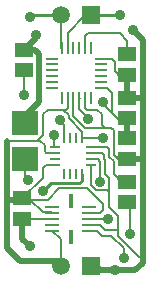
<source format=gtl>
%FSAX24Y24*%
%MOIN*%
G70*
G01*
G75*
G04 Layer_Physical_Order=1*
G04 Layer_Color=255*
%ADD10R,0.0591X0.0512*%
%ADD11R,0.0866X0.0787*%
%ADD12R,0.0354X0.0114*%
%ADD13R,0.0114X0.0354*%
%ADD14R,0.0394X0.0114*%
%ADD15R,0.0114X0.0394*%
%ADD16R,0.0512X0.0114*%
%ADD17R,0.0126X0.0512*%
%ADD18C,0.0200*%
%ADD19C,0.0080*%
%ADD20C,0.0100*%
%ADD21C,0.0591*%
%ADD22R,0.0591X0.0591*%
%ADD23C,0.0350*%
D10*
X021250Y033235D02*
D03*
Y032565D02*
D03*
X024750Y033785D02*
D03*
Y033115D02*
D03*
X021300Y037515D02*
D03*
Y038185D02*
D03*
X024750Y038035D02*
D03*
Y037365D02*
D03*
Y035915D02*
D03*
Y036585D02*
D03*
Y035235D02*
D03*
Y034565D02*
D03*
D11*
X021350Y034559D02*
D03*
Y035741D02*
D03*
D12*
X022361Y034950D02*
D03*
Y034753D02*
D03*
Y034556D02*
D03*
Y034359D02*
D03*
X023543D02*
D03*
Y034556D02*
D03*
Y034753D02*
D03*
Y034950D02*
D03*
D13*
X022657Y034064D02*
D03*
X022854D02*
D03*
X023050D02*
D03*
X023247D02*
D03*
Y035245D02*
D03*
X023050D02*
D03*
X022854D02*
D03*
X022657D02*
D03*
D14*
X022232Y037900D02*
D03*
Y037703D02*
D03*
Y037506D02*
D03*
Y037309D02*
D03*
Y037113D02*
D03*
Y036916D02*
D03*
X023885D02*
D03*
Y037113D02*
D03*
Y037309D02*
D03*
Y037506D02*
D03*
Y037703D02*
D03*
Y037900D02*
D03*
D15*
X022567Y036581D02*
D03*
X022763D02*
D03*
X022960D02*
D03*
X023157D02*
D03*
X023354D02*
D03*
X023551D02*
D03*
Y038235D02*
D03*
X023354D02*
D03*
X023157D02*
D03*
X022960D02*
D03*
X022763D02*
D03*
X022567D02*
D03*
D16*
X023483Y032950D02*
D03*
Y032753D02*
D03*
Y032556D02*
D03*
Y032359D02*
D03*
Y032163D02*
D03*
X022262D02*
D03*
Y032359D02*
D03*
Y032556D02*
D03*
Y032753D02*
D03*
Y032950D02*
D03*
D17*
X022872Y031946D02*
D03*
Y033167D02*
D03*
D18*
X023550Y031150D02*
X023850Y030850D01*
X024350D01*
X023550Y031000D02*
X023700Y030850D01*
X024350D02*
X025019D01*
X025269Y031100D01*
Y031300D01*
X021250Y031900D02*
X021500Y031650D01*
X021250Y031900D02*
Y032565D01*
X021181Y031150D02*
X022550D01*
X020731Y033200D02*
X021315D01*
X024750Y035235D02*
Y035915D01*
X025269Y036550D02*
Y038531D01*
X024750Y036585D02*
X025234D01*
X025269Y036550D01*
X024750Y036585D02*
Y037365D01*
X025269Y034600D02*
Y036550D01*
X024750Y034565D02*
X025234D01*
X025269Y034600D01*
X020731Y033200D02*
Y035150D01*
Y031600D02*
Y033200D01*
X024950Y038850D02*
X025269Y038531D01*
X021300Y038185D02*
X021665D01*
X021800Y038050D01*
X021300Y038185D02*
X021700Y038585D01*
Y038700D01*
X020731Y031600D02*
X021181Y031150D01*
X025269Y031300D02*
Y034600D01*
X021800Y036450D02*
Y038050D01*
X021350Y036000D02*
X021800Y036450D01*
X021350Y035741D02*
Y036000D01*
D19*
X023550Y031000D02*
X023600Y031200D01*
X024222Y032000D02*
X024650Y031572D01*
X023913Y032000D02*
X024222D01*
X023750Y032163D02*
X023913Y032000D01*
X023483Y032163D02*
X023750D01*
X024650Y031250D02*
Y031572D01*
X024044Y032606D02*
X024100Y032550D01*
X024146Y032954D02*
Y033450D01*
X022550Y031150D02*
Y031875D01*
Y031000D02*
Y031150D01*
X022262Y032163D02*
X022550Y031875D01*
X021528Y033200D02*
X021956Y032772D01*
X021493Y033235D02*
X021528Y033200D01*
X022050D01*
X021315D02*
X021528D01*
X021253Y033235D02*
X021493D01*
X021250D02*
X021253D01*
X021956Y032772D02*
X022243D01*
X022262Y032753D01*
X021250Y032565D02*
X021259Y032556D01*
X022262D01*
X023841Y032359D02*
X024000Y032200D01*
X023483Y032359D02*
X023841D01*
X024000Y032200D02*
X024450D01*
X024094Y032556D02*
X024100Y032550D01*
X023483Y032556D02*
X024094D01*
X023853Y032753D02*
X023950Y032850D01*
X023483Y032753D02*
X023853D01*
X023425Y033579D02*
X023950Y033054D01*
Y032850D02*
Y033054D01*
X023227Y033579D02*
X023425D01*
X023248Y033600D02*
X023300D01*
X023227Y033579D02*
X023248Y033600D01*
X022479Y033579D02*
X023227D01*
X022100Y033200D02*
X022479Y033579D01*
X021950Y033200D02*
X022100D01*
X022059Y034359D02*
X022361D01*
X021253Y033235D02*
X021950Y033931D01*
Y034250D01*
X022059Y034359D01*
X022550Y038251D02*
Y039350D01*
Y038251D02*
X022567Y038235D01*
X022763D02*
Y038763D01*
X023350Y039350D01*
X023550D01*
X023354Y038235D02*
Y038654D01*
X023450Y038750D01*
X024500D01*
X024750Y038500D01*
Y038035D02*
Y038500D01*
X023885Y037900D02*
X024234D01*
X024334Y037800D01*
X024749Y037366D02*
X024750Y037365D01*
X024334Y037500D02*
Y037800D01*
X024450Y037366D02*
X024749D01*
X024334Y037500D02*
X024450Y037384D01*
Y037366D02*
Y037384D01*
X024735Y035900D02*
X024750Y035915D01*
X020731Y035150D02*
X021757D01*
X021850D01*
X024706Y034609D02*
X024750Y034565D01*
X024300Y034700D02*
X024391Y034609D01*
X024450Y035900D02*
X024735D01*
X023885Y036916D02*
X024084D01*
X024250Y036750D01*
Y036100D02*
Y036750D01*
Y036100D02*
X024450Y035900D01*
X023157Y036581D02*
X023176Y036562D01*
X023354Y036246D02*
Y036581D01*
Y036246D02*
X023400Y036200D01*
X023157Y036215D02*
Y036581D01*
Y036215D02*
X023450Y035922D01*
Y035900D02*
Y035922D01*
X022763Y036263D02*
Y036581D01*
X022700Y036200D02*
X022763Y036263D01*
X022300Y035011D02*
X022361Y034950D01*
X023950Y036400D02*
Y036450D01*
Y036400D02*
X024250Y036100D01*
X024300Y034700D02*
Y035507D01*
X024207Y035600D02*
X024300Y035507D01*
X023945Y035245D02*
X023950Y035250D01*
X024089Y034950D02*
X024139Y034900D01*
X024300Y034050D02*
X024550Y033800D01*
Y033785D02*
Y033800D01*
X023247Y035245D02*
X023945D01*
X023543Y034950D02*
X024089D01*
X022300Y035011D02*
Y035350D01*
X021850Y035150D02*
X021997Y035003D01*
Y034803D02*
Y035003D01*
X022050Y034750D02*
X022053Y034753D01*
X021997Y034803D02*
X022050Y034750D01*
X022053Y034753D02*
X022361D01*
X023543Y034556D02*
X023561Y034538D01*
X023770D01*
X023850Y034457D01*
Y033800D02*
Y034457D01*
X021350Y033950D02*
X021450Y033850D01*
X021350Y033950D02*
Y034559D01*
X024391Y034609D02*
X024706D01*
X024435Y034565D02*
X024750D01*
X024391Y034609D02*
X024435Y034565D01*
X024139Y034633D02*
Y034900D01*
Y034633D02*
X024300Y034472D01*
Y034050D02*
Y034472D01*
X023543Y034753D02*
X023897D01*
X023978Y034557D02*
Y034672D01*
Y034557D02*
X024011Y034524D01*
Y034058D02*
Y034524D01*
Y034058D02*
X024146Y033923D01*
X023543Y034359D02*
X023554Y034348D01*
Y033677D02*
Y034348D01*
Y033677D02*
X023727Y033504D01*
X024092D01*
X024146Y033450D01*
X024750Y033115D02*
X024850Y033015D01*
Y032050D02*
Y033015D01*
X022657Y035245D02*
Y035693D01*
X022500Y035850D02*
X022657Y035693D01*
X022960Y035971D02*
X023327Y035604D01*
X023346D01*
X023350Y035600D01*
X022600Y036200D02*
X022700D01*
X023247Y035245D02*
Y035456D01*
X024000Y035600D02*
X024207D01*
X023400Y036200D02*
X023750D01*
X023900Y036050D01*
Y035700D02*
Y036050D01*
Y035700D02*
X024000Y035600D01*
X023350D02*
X024000D01*
X022600Y036200D02*
X022796Y036003D01*
Y035907D02*
Y036003D01*
Y035907D02*
X023247Y035456D01*
X022960Y035971D02*
Y036581D01*
X024146Y032954D02*
X024450Y032650D01*
X021300Y036700D02*
Y037515D01*
X021050Y032365D02*
X021250Y032565D01*
X023550Y031150D02*
X023600Y031200D01*
X024450Y032200D02*
Y032650D01*
Y032000D02*
Y032200D01*
Y032000D02*
X025150Y031300D01*
X025269D01*
X024146Y033450D02*
Y033923D01*
X021757Y035150D02*
X021950Y035343D01*
X022100Y036200D02*
X022600D01*
X021950Y035343D02*
Y036050D01*
X022100Y036200D01*
X023897Y034753D02*
X023978Y034672D01*
D20*
X021950Y033500D02*
X022200Y033750D01*
X023156D01*
X023238Y034055D02*
X023247Y034064D01*
X023238Y033833D02*
Y034055D01*
X023156Y033750D02*
X023238Y033833D01*
X021550Y039350D02*
X022550D01*
X021500Y039300D02*
X021550Y039350D01*
X023550D02*
X024500D01*
D21*
X022550Y031000D02*
D03*
Y039350D02*
D03*
D22*
X023550Y031000D02*
D03*
Y039350D02*
D03*
D23*
X024350Y030850D02*
D03*
X021500Y031650D02*
D03*
X021950Y033500D02*
D03*
X021500Y039300D02*
D03*
X024500Y039350D02*
D03*
X023450Y035900D02*
D03*
X023950Y036450D02*
D03*
Y035250D02*
D03*
X022300Y035350D02*
D03*
X023850Y033800D02*
D03*
X021450Y033850D02*
D03*
X024850Y032050D02*
D03*
X022500Y035850D02*
D03*
X024950Y038850D02*
D03*
X024100Y032550D02*
D03*
X021300Y036700D02*
D03*
X021700Y038700D02*
D03*
X024650Y031250D02*
D03*
M02*

</source>
